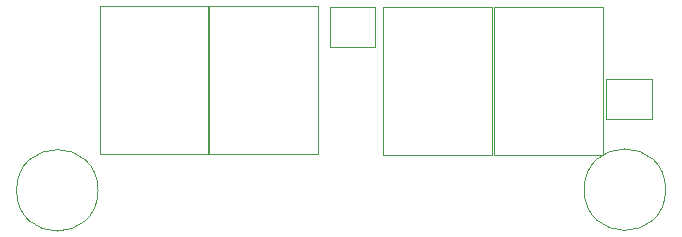
<source format=gbr>
%TF.GenerationSoftware,KiCad,Pcbnew,8.0.3*%
%TF.CreationDate,2024-07-12T22:27:25+02:00*%
%TF.ProjectId,HatV5,48617456-352e-46b6-9963-61645f706362,V2*%
%TF.SameCoordinates,Original*%
%TF.FileFunction,Other,User*%
%FSLAX46Y46*%
G04 Gerber Fmt 4.6, Leading zero omitted, Abs format (unit mm)*
G04 Created by KiCad (PCBNEW 8.0.3) date 2024-07-12 22:27:25*
%MOMM*%
%LPD*%
G01*
G04 APERTURE LIST*
%ADD10C,0.050000*%
G04 APERTURE END LIST*
D10*
%TO.C,J4*%
X152491778Y-95634422D02*
X161661778Y-95634422D01*
X152491778Y-108134422D02*
X152491778Y-95634422D01*
X161661778Y-95634422D02*
X161661778Y-108134422D01*
X161661778Y-108134422D02*
X152491778Y-108134422D01*
%TO.C,J3*%
X143082800Y-95620000D02*
X152252800Y-95620000D01*
X143082800Y-108120000D02*
X143082800Y-95620000D01*
X152252800Y-95620000D02*
X152252800Y-108120000D01*
X152252800Y-108120000D02*
X143082800Y-108120000D01*
%TO.C,U4*%
X161972756Y-101654865D02*
X165812756Y-101654865D01*
X161972756Y-105054865D02*
X161972756Y-101654865D01*
X165812756Y-101654865D02*
X165812756Y-105054865D01*
X165812756Y-105054865D02*
X161972756Y-105054865D01*
%TO.C,U2*%
X138582700Y-95613200D02*
X142422700Y-95613200D01*
X138582700Y-99013200D02*
X138582700Y-95613200D01*
X142422700Y-95613200D02*
X142422700Y-99013200D01*
X142422700Y-99013200D02*
X138582700Y-99013200D01*
%TO.C,J2*%
X128368200Y-95543800D02*
X137538200Y-95543800D01*
X128368200Y-108043800D02*
X128368200Y-95543800D01*
X137538200Y-95543800D02*
X137538200Y-108043800D01*
X137538200Y-108043800D02*
X128368200Y-108043800D01*
%TO.C,J1*%
X119062400Y-95519400D02*
X128232400Y-95519400D01*
X119062400Y-108019400D02*
X119062400Y-95519400D01*
X128232400Y-95519400D02*
X128232400Y-108019400D01*
X128232400Y-108019400D02*
X119062400Y-108019400D01*
%TO.C,H1*%
X118932400Y-111119400D02*
G75*
G02*
X112032400Y-111119400I-3450000J0D01*
G01*
X112032400Y-111119400D02*
G75*
G02*
X118932400Y-111119400I3450000J0D01*
G01*
%TO.C,H2*%
X166990056Y-111064796D02*
G75*
G02*
X160090056Y-111064796I-3450000J0D01*
G01*
X160090056Y-111064796D02*
G75*
G02*
X166990056Y-111064796I3450000J0D01*
G01*
%TD*%
M02*

</source>
